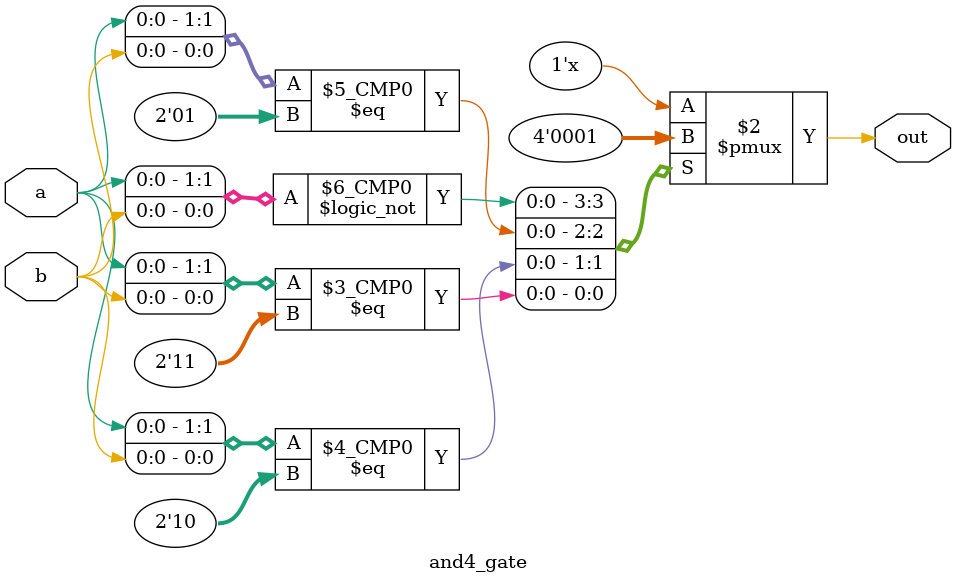
<source format=v>
module and4_gate (
  input a,
  input b,
  output reg out
);

    always @(*) begin
        case ({a, b})
            2'b00: out = 1'b0;
            2'b01: out = 1'b0;
            2'b10: out = 1'b0;
            2'b11: out = 1'b1;
        endcase
    end

endmodule
</source>
